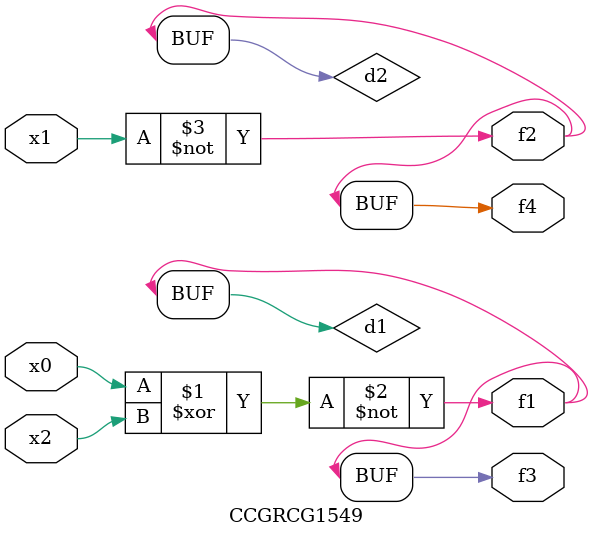
<source format=v>
module CCGRCG1549(
	input x0, x1, x2,
	output f1, f2, f3, f4
);

	wire d1, d2, d3;

	xnor (d1, x0, x2);
	nand (d2, x1);
	nor (d3, x1, x2);
	assign f1 = d1;
	assign f2 = d2;
	assign f3 = d1;
	assign f4 = d2;
endmodule

</source>
